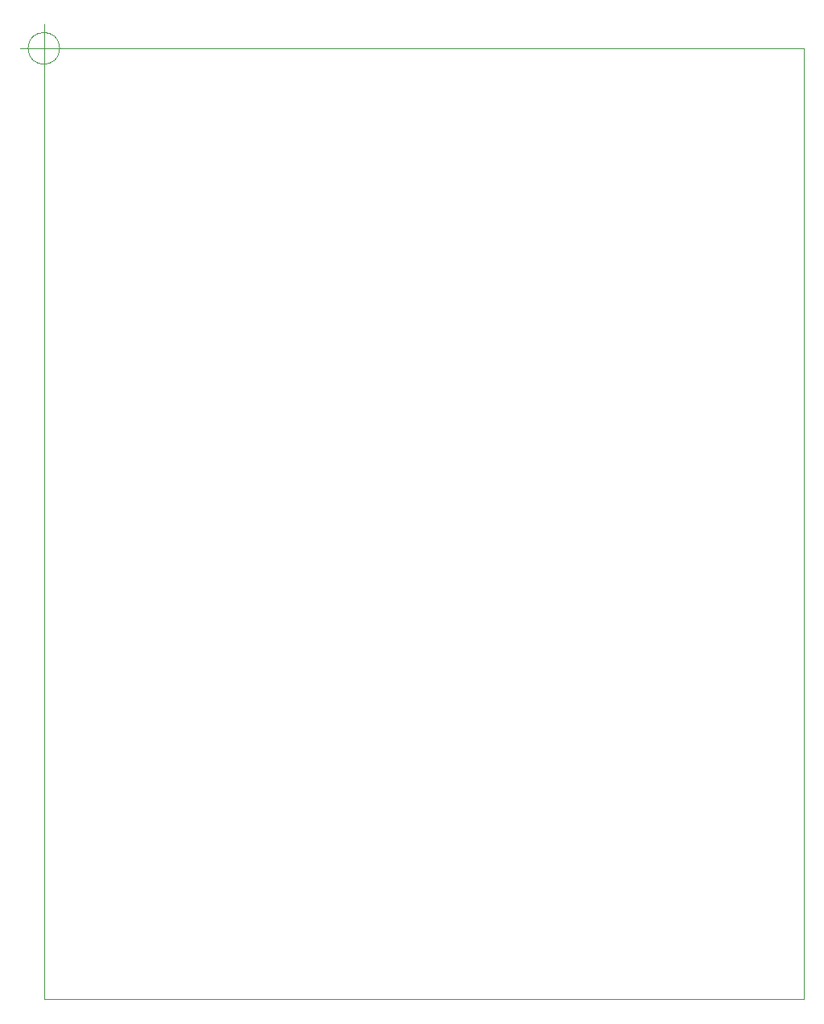
<source format=gbr>
G04 #@! TF.FileFunction,Profile,NP*
%FSLAX46Y46*%
G04 Gerber Fmt 4.6, Leading zero omitted, Abs format (unit mm)*
G04 Created by KiCad (PCBNEW 4.0.7) date Fri Feb 23 18:49:45 2018*
%MOMM*%
%LPD*%
G01*
G04 APERTURE LIST*
%ADD10C,0.100000*%
G04 APERTURE END LIST*
D10*
X43200000Y-121600000D02*
X43200000Y-21600000D01*
X123200000Y-121600000D02*
X43200000Y-121600000D01*
X123200000Y-21600000D02*
X123200000Y-121600000D01*
X80000000Y-21600000D02*
X123200000Y-21600000D01*
X43200000Y-21600000D02*
X80000000Y-21600000D01*
X44866666Y-21600000D02*
G75*
G03X44866666Y-21600000I-1666666J0D01*
G01*
X40700000Y-21600000D02*
X45700000Y-21600000D01*
X43200000Y-19100000D02*
X43200000Y-24100000D01*
M02*

</source>
